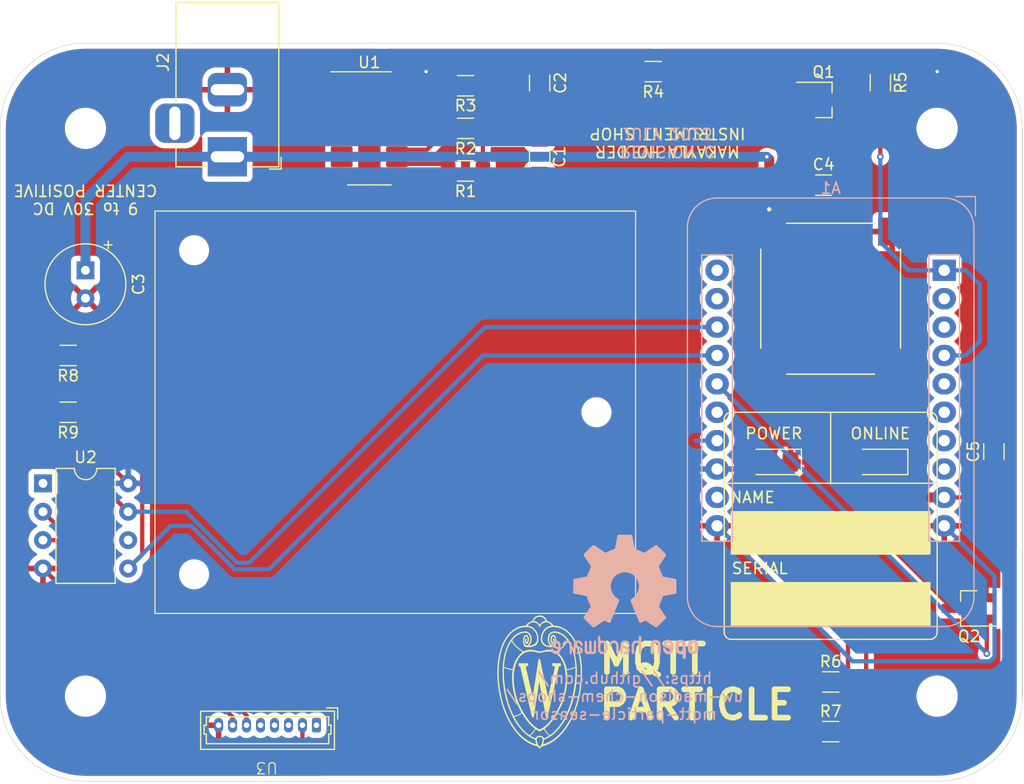
<source format=kicad_pcb>
(kicad_pcb (version 20221018) (generator pcbnew)
  (title_block (title "MQTT Particle Sensor") (date "2023-04-03") (rev "C") (company "University of Wisconsin-Madison") (comment 1 "Department of Chemistry") (comment 2 "Instrument Shop") (comment 3 "Makayla Holder"))
  (layers (0 "F.Cu" signal) (31 "B.Cu" signal) (34 "B.Paste" user) (35 "F.Paste" user) (36 "B.SilkS" user "B.Silkscreen") (37 "F.SilkS" user "F.Silkscreen") (38 "B.Mask" user) (39 "F.Mask" user) (44 "Edge.Cuts" user))
  (net 0 "")
  (net 1 "RESET")
  (net 7 "+5V")
  (net 9 "GND")
  (net 11 "+3V3")
  (net 12 "unconnected-(A1-15-Pad14)")
  (net 14 "ONLINE")
  (net 15 "SDA")
  (net 16 "SCL")
  (net 19 "Net-(U1-CLK_0-1)")
  (net 20 "Net-(C1-Pad2)")
  (net 21 "Net-(U1-RST)")
  (net 22 "Net-(PS1-+VIN)")
  (net 23 "Net-(D1-A)")
  (net 24 "Net-(D2-K)")
  (net 25 "Net-(D2-A)")
  (net 26 "Net-(Q1-G)")
  (net 27 "Net-(U1-CLK_0)")
  (net 28 "Net-(U1-CLK_1)")
  (net 41 "TX")
  (net 42 "RX")
  (footprint "Connector_BarrelJack:BarrelJack_Horizontal" (layer "F.Cu") (at 63.5 53.34 -90)
    (fp_text reference "J2" (at -8.45 5.75 90) (layer "F.SilkS"))
    (fp_text value "Barrel_Jack")
    (pad "1" thru_hole rect (at 0 0 270) (size 3.5 3.5) (drill oval 1 3) (layers "*.Cu" "*.Mask") (net 22 "Net-(PS1-+VIN)"))
    (pad "2" thru_hole roundrect (at -6 0 270) (size 3 3.5) (drill oval 1 3) (layers "*.Cu" "*.Mask") (net 9 "GND"))
    (pad "3" thru_hole roundrect (at -3 4.7 270) (size 3.5 3.5) (drill oval 3 1) (layers "*.Cu" "*.Mask"))
  )
  (footprint "Resistor_SMD:R_1206_3216Metric_Pad1.30x1.75mm_HandSolder" (layer "F.Cu") (at 49.25 76.2 180)
    (fp_text reference "R9" (at 0 -1.82) (layer "F.SilkS"))
    (fp_text value "4k7")
    (pad "1" smd roundrect (at -1.55 0 180) (size 1.3 1.75) (layers "F.Cu" "F.Paste" "F.Mask") (roundrect_rratio 0.1923076923) (net 11 "+3V3"))
    (pad "2" smd roundrect (at 1.55 0 180) (size 1.3 1.75) (layers "F.Cu" "F.Paste" "F.Mask") (roundrect_rratio 0.1923076923) (net 16 "SCL"))
  )
  (footprint "Package_SO:SOIC-16_3.9x9.9mm_P1.27mm" (layer "F.Cu") (at 76.2 50.8)
    (fp_text reference "U1" (at 0 -5.9) (layer "F.SilkS"))
    (fp_text value "CD4060BM96")
    (pad "1" smd roundrect (at -2.475 -4.445) (size 1.95 0.6) (layers "F.Cu" "F.Paste" "F.Mask"))
    (pad "2" smd roundrect (at -2.475 -3.175) (size 1.95 0.6) (layers "F.Cu" "F.Paste" "F.Mask"))
    (pad "3" smd roundrect (at -2.475 -1.905) (size 1.95 0.6) (layers "F.Cu" "F.Paste" "F.Mask") (net 26 "Net-(Q1-G)"))
    (pad "4" smd roundrect (at -2.475 -0.635) (size 1.95 0.6) (layers "F.Cu" "F.Paste" "F.Mask"))
    (pad "5" smd roundrect (at -2.475 0.635) (size 1.95 0.6) (layers "F.Cu" "F.Paste" "F.Mask"))
    (pad "6" smd roundrect (at -2.475 1.905) (size 1.95 0.6) (layers "F.Cu" "F.Paste" "F.Mask"))
    (pad "7" smd roundrect (at -2.475 3.175) (size 1.95 0.6) (layers "F.Cu" "F.Paste" "F.Mask"))
    (pad "8" smd roundrect (at -2.475 4.445) (size 1.95 0.6) (layers "F.Cu" "F.Paste" "F.Mask") (net 9 "GND"))
    (pad "9" smd roundrect (at 2.475 4.445) (size 1.95 0.6) (layers "F.Cu" "F.Paste" "F.Mask") (net 19 "Net-(U1-CLK_0-1)"))
    (pad "10" smd roundrect (at 2.475 3.175) (size 1.95 0.6) (layers "F.Cu" "F.Paste" "F.Mask") (net 27 "Net-(U1-CLK_0)"))
    (pad "11" smd roundrect (at 2.475 1.905) (size 1.95 0.6) (layers "F.Cu" "F.Paste" "F.Mask") (net 28 "Net-(U1-CLK_1)"))
    (pad "12" smd roundrect (at 2.475 0.635) (size 1.95 0.6) (layers "F.Cu" "F.Paste" "F.Mask") (net 21 "Net-(U1-RST)"))
    (pad "13" smd roundrect (at 2.475 -0.635) (size 1.95 0.6) (layers "F.Cu" "F.Paste" "F.Mask"))
    (pad "14" smd roundrect (at 2.475 -1.905) (size 1.95 0.6) (layers "F.Cu" "F.Paste" "F.Mask"))
    (pad "15" smd roundrect (at 2.475 -3.175) (size 1.95 0.6) (layers "F.Cu" "F.Paste" "F.Mask"))
    (pad "16" smd roundrect (at 2.475 -4.445) (size 1.95 0.6) (layers "F.Cu" "F.Paste" "F.Mask") (net 11 "+3V3"))
  )
  (footprint "Resistor_SMD:R_1206_3216Metric_Pad1.30x1.75mm_HandSolder" (layer "F.Cu") (at 49.25 71.12 180)
    (fp_text reference "R8" (at 0 -1.82) (layer "F.SilkS"))
    (fp_text value "4k7")
    (pad "1" smd roundrect (at -1.55 0 180) (size 1.3 1.75) (layers "F.Cu" "F.Paste" "F.Mask") (roundrect_rratio 0.1923076923) (net 11 "+3V3"))
    (pad "2" smd roundrect (at 1.55 0 180) (size 1.3 1.75) (layers "F.Cu" "F.Paste" "F.Mask") (roundrect_rratio 0.1923076923) (net 15 "SDA"))
  )
  (footprint "MountingHole:MountingHole_3.2mm_M3" (layer "F.Cu") (at 127 101.6)
    (fp_text reference "REF**" hide)
    (fp_text value "MountingHole_3.2mm_M3" hide)
    (pad "" np_thru_hole circle (at 0 0) (size 3.2 3.2) (drill 3.2) (layers "*.Cu" "*.Mask"))
  )
  (footprint "Resistor_SMD:R_1206_3216Metric_Pad1.30x1.75mm_HandSolder" (layer "F.Cu") (at 84.81 46.99)
    (fp_text reference "R3" (at 0 1.778) (layer "F.SilkS"))
    (fp_text value "1M")
    (pad "1" smd roundrect (at -1.55 0) (size 1.3 1.75) (layers "F.Cu" "F.Paste" "F.Mask") (roundrect_rratio 0.1923076923) (net 21 "Net-(U1-RST)"))
    (pad "2" smd roundrect (at 1.55 0) (size 1.3 1.75) (layers "F.Cu" "F.Paste" "F.Mask") (roundrect_rratio 0.1923076923) (net 9 "GND"))
  )
  (footprint "footprints:logo" (layer "F.Cu") (at 91.44 100.33)
    (fp_text reference "G***" hide)
    (fp_text value "LOGO" hide)
  )
  (footprint "Package_TO_SOT_SMD:SOT-23_Handsoldering" (layer "F.Cu") (at 116.84 48.26)
    (fp_text reference "Q1" (at 0 -2.5) (layer "F.SilkS"))
    (fp_text value "2N7000")
    (pad "1" smd rect (at -1.5 -0.95) (size 1.9 0.8) (layers "F.Cu" "F.Paste" "F.Mask") (net 26 "Net-(Q1-G)"))
    (pad "2" smd rect (at -1.5 0.95) (size 1.9 0.8) (layers "F.Cu" "F.Paste" "F.Mask") (net 9 "GND"))
    (pad "3" smd rect (at 1.5 0) (size 1.9 0.8) (layers "F.Cu" "F.Paste" "F.Mask") (net 1 "RESET"))
  )
  (footprint "Resistor_SMD:R_1206_3216Metric_Pad1.30x1.75mm_HandSolder" (layer "F.Cu") (at 117.475 104.775)
    (fp_text reference "R7" (at 0 -1.82) (layer "F.SilkS"))
    (fp_text value "1k")
    (pad "1" smd roundrect (at -1.55 0) (size 1.3 1.75) (layers "F.Cu" "F.Paste" "F.Mask") (roundrect_rratio 0.1923076923) (net 7 "+5V"))
    (pad "2" smd roundrect (at 1.55 0) (size 1.3 1.75) (layers "F.Cu" "F.Paste" "F.Mask") (roundrect_rratio 0.1923076923) (net 25 "Net-(D2-A)"))
  )
  (footprint "Capacitor_SMD:C_1206_3216Metric_Pad1.33x1.80mm_HandSolder" (layer "F.Cu") (at 91.44 46.736 -90)
    (fp_text reference "C2" (at 0 -1.85 90) (layer "F.SilkS"))
    (fp_text value "1u")
    (pad "1" smd roundrect (at -1.5625 0 270) (size 1.325 1.8) (layers "F.Cu" "F.Paste" "F.Mask") (roundrect_rratio 0.1886792453) (net 21 "Net-(U1-RST)"))
    (pad "2" smd roundrect (at 1.5625 0 270) (size 1.325 1.8) (layers "F.Cu" "F.Paste" "F.Mask") (roundrect_rratio 0.1886792453) (net 9 "GND"))
  )
  (footprint "LED_SMD:LED_1206_3216Metric_Pad1.42x1.75mm_HandSolder" (layer "F.Cu") (at 112.395 80.645 180)
    (fp_text reference "D1" hide)
    (fp_text value "LED")
    (pad "1" smd roundrect (at -1.4875 0 180) (size 1.425 1.75) (layers "F.Cu" "F.Paste" "F.Mask") (roundrect_rratio 0.1754392982) (net 9 "GND"))
    (pad "2" smd roundrect (at 1.4875 0 180) (size 1.425 1.75) (layers "F.Cu" "F.Paste" "F.Mask") (roundrect_rratio 0.1754392982) (net 23 "Net-(D1-A)"))
  )
  (footprint "Package_TO_SOT_SMD:SOT-23_Handsoldering" (layer "F.Cu") (at 129.86 93.75 180)
    (fp_text reference "Q2" (at 0 -2.5) (layer "F.SilkS"))
    (fp_text value "2N7000")
    (pad "1" smd rect (at -1.5 -0.95 180) (size 1.9 0.8) (layers "F.Cu" "F.Paste" "F.Mask") (net 14 "ONLINE"))
    (pad "2" smd rect (at -1.5 0.95 180) (size 1.9 0.8) (layers "F.Cu" "F.Paste" "F.Mask") (net 9 "GND"))
    (pad "3" smd rect (at 1.5 0 180) (size 1.9 0.8) (layers "F.Cu" "F.Paste" "F.Mask") (net 24 "Net-(D2-K)"))
  )
  (footprint "MountingHole:MountingHole_3.2mm_M3" (layer "F.Cu") (at 50.8 101.6)
    (fp_text reference "REF**" hide)
    (fp_text value "MountingHole_3.2mm_M3" hide)
    (pad "" np_thru_hole circle (at 0 0) (size 3.2 3.2) (drill 3.2) (layers "*.Cu" "*.Mask"))
  )
  (footprint "MountingHole:MountingHole_3.2mm_M3" (layer "F.Cu") (at 50.8 50.8)
    (fp_text reference "REF**" hide)
    (fp_text value "MountingHole_3.2mm_M3" hide)
    (pad "" np_thru_hole circle (at 0 0) (size 3.2 3.2) (drill 3.2) (layers "*.Cu" "*.Mask"))
  )
  (footprint "Resistor_SMD:R_1206_3216Metric_Pad1.30x1.75mm_HandSolder" (layer "F.Cu") (at 84.81 50.8 180)
    (fp_text reference "R2" (at 0 -1.82) (layer "F.SilkS"))
    (fp_text value "1M")
    (pad "1" smd roundrect (at -1.55 0 180) (size 1.3 1.75) (layers "F.Cu" "F.Paste" "F.Mask") (roundrect_rratio 0.1923076923) (net 20 "Net-(C1-Pad2)"))
    (pad "2" smd roundrect (at 1.55 0 180) (size 1.3 1.75) (layers "F.Cu" "F.Paste" "F.Mask") (roundrect_rratio 0.1923076923) (net 28 "Net-(U1-CLK_1)"))
  )
  (footprint "LED_SMD:LED_1206_3216Metric_Pad1.42x1.75mm_HandSolder" (layer "F.Cu") (at 121.92 80.645 180)
    (fp_text reference "D2" hide)
    (fp_text value "LED")
    (pad "1" smd roundrect (at -1.4875 0 180) (size 1.425 1.75) (layers "F.Cu" "F.Paste" "F.Mask") (roundrect_rratio 0.1754392982) (net 24 "Net-(D2-K)"))
    (pad "2" smd roundrect (at 1.4875 0 180) (size 1.425 1.75) (layers "F.Cu" "F.Paste" "F.Mask") (roundrect_rratio 0.1754392982) (net 25 "Net-(D2-A)"))
  )
  (footprint "Capacitor_SMD:C_1206_3216Metric_Pad1.33x1.80mm_HandSolder" (layer "F.Cu") (at 132.08 79.7175 90)
    (fp_text reference "C5" (at 0 -1.85 90) (layer "F.SilkS"))
    (fp_text value "22u")
    (pad "1" smd roundrect (at -1.5625 0 90) (size 1.325 1.8) (layers "F.Cu" "F.Paste" "F.Mask") (roundrect_rratio 0.1886792453) (net 7 "+5V"))
    (pad "2" smd roundrect (at 1.5625 0 90) (size 1.325 1.8) (layers "F.Cu" "F.Paste" "F.Mask") (roundrect_rratio 0.1886792453) (net 9 "GND"))
  )
  (footprint "Package_DIP:DIP-8_W7.62mm" (layer "F.Cu") (at 47 82.56)
    (fp_text reference "U2" (at 3.81 -2.33) (layer "F.SilkS"))
    (fp_text value "ATtiny85-20P")
    (pad "1" thru_hole rect (at 0 0) (size 1.6 1.6) (drill 0.8) (layers "*.Cu" "*.Mask"))
    (pad "2" thru_hole oval (at 0 2.54) (size 1.6 1.6) (drill 0.8) (layers "*.Cu" "*.Mask") (net 41 "TX"))
    (pad "3" thru_hole oval (at 0 5.08) (size 1.6 1.6) (drill 0.8) (layers "*.Cu" "*.Mask") (net 42 "RX"))
    (pad "4" thru_hole oval (at 0 7.62) (size 1.6 1.6) (drill 0.8) (layers "*.Cu" "*.Mask") (net 9 "GND"))
    (pad "5" thru_hole oval (at 7.62 7.62) (size 1.6 1.6) (drill 0.8) (layers "*.Cu" "*.Mask") (net 15 "SDA"))
    (pad "6" thru_hole oval (at 7.62 5.08) (size 1.6 1.6) (drill 0.8) (layers "*.Cu" "*.Mask"))
    (pad "7" thru_hole oval (at 7.62 2.54) (size 1.6 1.6) (drill 0.8) (layers "*.Cu" "*.Mask") (net 16 "SCL"))
    (pad "8" thru_hole oval (at 7.62 0) (size 1.6 1.6) (drill 0.8) (layers "*.Cu" "*.Mask") (net 11 "+3V3"))
  )
  (footprint "footprints:CONV_VXO7805-500-M" (layer "F.Cu") (at 117.475 66.04)
    (fp_text reference "PS1" hide)
    (fp_text value "VXO7805-500-M")
    (pad "1" smd rect (at -5.5 -6) (size 2.5 2.5) (layers "F.Cu" "F.Paste" "F.Mask") (net 22 "Net-(PS1-+VIN)"))
    (pad "2" smd rect (at 5.5 -6) (size 2.5 2.5) (layers "F.Cu" "F.Paste" "F.Mask") (net 9 "GND"))
    (pad "3" smd rect (at 5.5 6) (size 2.5 2.5) (layers "F.Cu" "F.Paste" "F.Mask") (net 7 "+5V"))
    (pad "4" smd rect (at -5.5 6) (size 2.5 2.5) (layers "F.Cu" "F.Paste" "F.Mask"))
  )
  (footprint "Resistor_SMD:R_1206_3216Metric_Pad1.30x1.75mm_HandSolder" (layer "F.Cu") (at 121.92 46.71 -90)
    (fp_text reference "R5" (at 0 -1.82 90) (layer "F.SilkS"))
    (fp_text value "4.7k")
    (pad "1" smd roundrect (at -1.55 0 270) (size 1.3 1.75) (layers "F.Cu" "F.Paste" "F.Mask") (roundrect_rratio 0.1923076923) (net 11 "+3V3"))
    (pad "2" smd roundrect (at 1.55 0 270) (size 1.3 1.75) (layers "F.Cu" "F.Paste" "F.Mask") (roundrect_rratio 0.1923076923) (net 1 "RESET"))
  )
  (footprint "Resistor_SMD:R_1206_3216Metric_Pad1.30x1.75mm_HandSolder" (layer "F.Cu") (at 101.6 45.72 180)
    (fp_text reference "R4" (at 0 -1.82) (layer "F.SilkS"))
    (fp_text value "4.7k")
    (pad "1" smd roundrect (at -1.55 0 180) (size 1.3 1.75) (layers "F.Cu" "F.Paste" "F.Mask") (roundrect_rratio 0.1923076923) (net 26 "Net-(Q1-G)"))
    (pad "2" smd roundrect (at 1.55 0 180) (size 1.3 1.75) (layers "F.Cu" "F.Paste" "F.Mask") (roundrect_rratio 0.1923076923) (net 21 "Net-(U1-RST)"))
  )
  (footprint "Resistor_SMD:R_1206_3216Metric_Pad1.30x1.75mm_HandSolder" (layer "F.Cu") (at 84.81 54.61 180)
    (fp_text reference "R1" (at 0 -1.82) (layer "F.SilkS"))
    (fp_text value "470k")
    (pad "1" smd roundrect (at -1.55 0 180) (size 1.3 1.75) (layers "F.Cu" "F.Paste" "F.Mask") (roundrect_rratio 0.1923076923) (net 20 "Net-(C1-Pad2)"))
    (pad "2" smd roundrect (at 1.55 0 180) (size 1.3 1.75) (layers "F.Cu" "F.Paste" "F.Mask") (roundrect_rratio 0.1923076923) (net 27 "Net-(U1-CLK_0)"))
  )
  (footprint "Capacitor_SMD:C_1206_3216Metric_Pad1.33x1.80mm_HandSolder" (layer "F.Cu") (at 116.84 55.88)
    (fp_text reference "C4" (at 0 -1.85) (layer "F.SilkS"))
    (fp_text value "10u")
    (pad "1" smd roundrect (at -1.5625 0) (size 1.325 1.8) (layers "F.Cu" "F.Paste" "F.Mask") (roundrect_rratio 0.1886792453) (net 22 "Net-(PS1-+VIN)"))
    (pad "2" smd roundrect (at 1.5625 0) (size 1.325 1.8) (layers "F.Cu" "F.Paste" "F.Mask") (roundrect_rratio 0.1886792453) (net 9 "GND"))
  )
  (footprint "footprints:honewell-hpm" (layer "F.Cu") (at 67.02 104.2 180)
    (fp_text reference "U3" (at 0 -3.81 180 unlocked) (layer "F.SilkS") (effects (font (thickness 0.1))))
    (fp_text value "HPM_Particle_Sensor")
    (pad "" np_thru_hole circle (at -29.5 28 180) (size 2.2 2.2) (drill 2.2) (layers "*.Cu" "*.Mask"))
    (pad "" np_thru_hole circle (at 6.5 13.5 180) (size 2.2 2.2) (drill 2.2) (layers "*.Cu" "*.Mask"))
    (pad "" np_thru_hole circle (at 6.5 42.5 180) (size 2.2 2.2) (drill 2.2) (layers "*.Cu" "*.Mask"))
    (pad "1" thru_hole roundrect (at -4.445 0 180) (size 0.8 1.3) (drill 0.5) (layers "*.Cu" "*.Mask"))
    (pad "2" thru_hole oval (at -3.195 0 180) (size 0.8 1.3) (drill 0.5) (layers "*.Cu" "*.Mask") (net 7 "+5V"))
    (pad "3" thru_hole oval (at -1.945 0 180) (size 0.8 1.3) (drill 0.5) (layers "*.Cu" "*.Mask"))
    (pad "4" thru_hole oval (at -0.695 0 180) (size 0.8 1.3) (drill 0.5) (layers "*.Cu" "*.Mask"))
    (pad "5" thru_hole oval (at 0.555 0 180) (size 0.8 1.3) (drill 0.5) (layers "*.Cu" "*.Mask"))
    (pad "6" thru_hole oval (at 1.805 0 180) (size 0.8 1.3) (drill 0.5) (layers "*.Cu" "*.Mask") (net 41 "TX"))
    (pad "7" thru_hole oval (at 3.055 0 180) (size 0.8 1.3) (drill 0.5) (layers "*.Cu" "*.Mask") (net 42 "RX"))
    (pad "8" thru_hole oval (at 4.305 0 180) (size 0.8 1.3) (drill 0.5) (layers "*.Cu" "*.Mask") (net 9 "GND"))
  )
  (footprint "Resistor_SMD:R_1206_3216Metric_Pad1.30x1.75mm_HandSolder" (layer "F.Cu") (at 117.475 100.33)
    (fp_text reference "R6" (at 0 -1.82) (layer "F.SilkS"))
    (fp_text value "1k")
    (pad "1" smd roundrect (at -1.55 0) (size 1.3 1.75) (layers "F.Cu" "F.Paste" "F.Mask") (roundrect_rratio 0.1923076923) (net 7 "+5V"))
    (pad "2" smd roundrect (at 1.55 0) (size 1.3 1.75) (layers "F.Cu" "F.Paste" "F.Mask") (roundrect_rratio 0.1923076923) (net 23 "Net-(D1-A)"))
  )
  (footprint "Capacitor_SMD:C_1206_3216Metric_Pad1.33x1.80mm_HandSolder" (layer "F.Cu") (at 91.44 53.34 90)
    (fp_text reference "C1" (at 0 1.778 90) (layer "F.SilkS"))
    (fp_text value "1u")
    (pad "1" smd roundrect (at -1.5625 0 90) (size 1.325 1.8) (layers "F.Cu" "F.Paste" "F.Mask") (roundrect_rratio 0.1886792453) (net 19 "Net-(U1-CLK_0-1)"))
    (pad "2" smd roundrect (at 1.5625 0 90) (size 1.325 1.8) (layers "F.Cu" "F.Paste" "F.Mask") (roundrect_rratio 0.1886792453) (net 20 "Net-(C1-Pad2)"))
  )
  (footprint "MountingHole:MountingHole_3.2mm_M3" (layer "F.Cu") (at 127 50.8)
    (fp_text reference "REF**" hide)
    (fp_text value "MountingHole_3.2mm_M3" hide)
    (pad "" np_thru_hole circle (at 0 0) (size 3.2 3.2) (drill 3.2) (layers "*.Cu" "*.Mask"))
  )
  (footprint "Capacitor_THT:CP_Radial_Tantal_D7.0mm_P2.50mm" (layer "F.Cu") (at 50.8 63.5 -90)
    (fp_text reference "C3" (at 1.25 -4.75 90) (layer "F.SilkS"))
    (fp_text value "100u")
    (pad "1" thru_hole rect (at 0 0 270) (size 1.6 1.6) (drill 0.8) (layers "*.Cu" "*.Mask") (net 22 "Net-(PS1-+VIN)"))
    (pad "2" thru_hole circle (at 2.5 0 270) (size 1.6 1.6) (drill 0.8) (layers "*.Cu" "*.Mask") (net 9 "GND"))
  )
  (footprint "Symbol:OSHW-Logo2_14.6x12mm_SilkScreen" (layer "B.Cu") (at 99.06 92.71 180)
    (fp_text reference "REF**" hide)
    (fp_text value "OSHW-Logo2_14.6x12mm_SilkScreen" hide)
  )
  (footprint "Module:Adafruit_HUZZAH_ESP8266_breakout" (layer "B.Cu") (at 127.635 63.5 180)
    (fp_text reference "A1" (at 10.16 7.35) (layer "B.SilkS") (effects (justify mirror)))
    (fp_text value "Adafruit_HUZZAH_ESP8266_breakout")
    (pad "1" thru_hole rect (at 0 0 180) (size 2.1 1.9) (drill 1.02) (layers "*.Cu" "*.Mask") (net 1 "RESET"))
    (pad "2" thru_hole oval (at 0 -2.54 180) (size 2.1 1.9) (drill 1.02) (layers "*.Cu" "*.Mask"))
    (pad "3" thru_hole oval (at 0 -5.08 180) (size 2.1 1.9) (drill 1.02) (layers "*.Cu" "*.Mask"))
    (pad "4" thru_hole oval (at 0 -7.62 180) (size 2.1 1.9) (drill 1.02) (layers "*.Cu" "*.Mask") (net 1 "RESET"))
    (pad "5" thru_hole oval (at 0 -10.16 180) (size 2.1 1.9) (drill 1.02) (layers "*.Cu" "*.Mask"))
    (pad "6" thru_hole oval (at 0 -12.7 180) (size 2.1 1.9) (drill 1.02) (layers "*.Cu" "*.Mask"))
    (pad "7" thru_hole oval (at 0 -15.24 180) (size 2.1 1.9) (drill 1.02) (layers "*.Cu" "*.Mask"))
    (pad "8" thru_hole oval (at 0 -17.78 180) (size 2.1 1.9) (drill 1.02) (layers "*.Cu" "*.Mask"))
    (pad "9" thru_hole oval (at 0 -20.32 180) (size 2.1 1.9) (drill 1.02) (layers "*.Cu" "*.Mask") (net 7 "+5V"))
    (pad "10" thru_hole oval (at 0 -22.86 180) (size 2.1 1.9) (drill 1.02) (layers "*.Cu" "*.Mask") (net 9 "GND"))
    (pad "11" thru_hole oval (at 20.32 -22.86 180) (size 2.1 1.9) (drill 1.02) (layers "*.Cu" "*.Mask") (net 9 "GND"))
    (pad "12" thru_hole oval (at 20.32 -20.32 180) (size 2.1 1.9) (drill 1.02) (layers "*.Cu" "*.Mask"))
    (pad "13" thru_hole oval (at 20.32 -17.78 180) (size 2.1 1.9) (drill 1.02) (layers "*.Cu" "*.Mask") (net 11 "+3V3"))
    (pad "14" thru_hole oval (at 20.32 -15.24 180) (size 2.1 1.9) (drill 1.02) (layers "*.Cu" "*.Mask") (net 12 "unconnected-(A1-15-Pad14)"))
    (pad "15" thru_hole oval (at 20.32 -12.7 180) (size 2.1 1.9) (drill 1.02) (layers "*.Cu" "*.Mask"))
    (pad "16" thru_hole oval (at 20.32 -10.16 180) (size 2.1 1.9) (drill 1.02) (layers "*.Cu" "*.Mask") (net 14 "ONLINE"))
    (pad "17" thru_hole oval (at 20.32 -7.62 180) (size 2.1 1.9) (drill 1.02) (layers "*.Cu" "*.Mask") (net 15 "SDA"))
    (pad "18" thru_hole oval (at 20.32 -5.08 180) (size 2.1 1.9) (drill 1.02) (layers "*.Cu" "*.Mask") (net 16 "SCL"))
    (pad "19" thru_hole oval (at 20.32 -2.54 180) (size 2.1 1.9) (drill 1.02) (layers "*.Cu" "*.Mask"))
    (pad "20" thru_hole oval (at 20.32 0 180) (size 2.1 1.9) (drill 1.02) (layers "*.Cu" "*.Mask"))
  )
  (gr_poly (pts (xy 126.365 88.9) (xy 108.585 88.9) (xy 108.585 85.09) (xy 126.365 85.09)) (stroke (width 0.1)) (fill solid) (layer "F.SilkS"))
  (gr_line (start 117.475 76.2) (end 117.475 82.55) (stroke (width 0.12)) (layer "F.SilkS"))
  (gr_line (start 126.365 96.52) (end 108.585 96.52) (stroke (width 0.12)) (layer "F.SilkS"))
  (gr_line (start 107.95 95.885) (end 107.95 76.835) (stroke (width 0.12)) (layer "F.SilkS"))
  (gr_arc (start 126.365 76.2) (mid 126.814013 76.385987) (end 127 76.835) (stroke (width 0.12)) (layer "F.SilkS"))
  (gr_line (start 126.365 76.2) (end 108.585 76.2) (stroke (width 0.12)) (layer "F.SilkS"))
  (gr_poly (pts (xy 126.365 95.25) (xy 108.585 95.25) (xy 108.585 91.44) (xy 126.365 91.44)) (stroke (width 0.1)) (fill solid) (layer "F.SilkS"))
  (gr_line (start 117.475 82.55) (end 107.95 82.55) (stroke (width 0.12)) (layer "F.SilkS"))
  (gr_arc (start 107.95 76.835) (mid 108.135987 76.385987) (end 108.585 76.2) (stroke (width 0.12)) (layer "F.SilkS"))
  (gr_line (start 127 76.835) (end 127 95.885) (stroke (width 0.12)) (layer "F.SilkS"))
  (gr_arc (start 127 95.885) (mid 126.814013 96.334013) (end 126.365 96.52) (stroke (width 0.12)) (layer "F.SilkS"))
  (gr_line (start 117.475 82.55) (end 127 82.55) (stroke (width 0.12)) (layer "F.SilkS"))
  (gr_arc (start 108.585 96.52) (mid 108.135987 96.334013) (end 107.95 95.885) (stroke (width 0.12)) (layer "F.SilkS"))
  (gr_line (start 127 43.18) (end 50.8 43.18) (stroke (width 0.05)) (layer "Edge.Cuts"))
  (gr_arc (start 43.18 50.8) (mid 45.411846 45.411846) (end 50.8 43.18) (stroke (width 0.05)) (layer "Edge.Cuts"))
  (gr_arc (start 134.619999 101.599999) (mid 132.388153 106.988153) (end 126.999999 109.219999) (stroke (width 0.05)) (layer "Edge.Cuts"))
  (gr_line (start 43.18 50.8) (end 43.18 101.6) (stroke (width 0.05)) (layer "Edge.Cuts"))
  (gr_line (start 134.619999 101.599999) (end 134.619999 50.800001) (stroke (width 0.1)) (layer "Edge.Cuts"))
  (gr_arc (start 50.8 109.22) (mid 45.411846 106.988154) (end 43.18 101.6) (stroke (width 0.05)) (layer "Edge.Cuts"))
  (gr_arc (start 126.999999 43.180001) (mid 132.388153 45.411847) (end 134.619999 50.800001) (stroke (width 0.05)) (layer "Edge.Cuts"))
  (gr_line (start 50.8 109.22) (end 127 109.22) (stroke (width 0.05)) (layer "Edge.Cuts"))
  (gr_text "REVISION C\nJULY 2023" (at 102.87 52.07 180) (layer "B.SilkS") (effects (font (size 1 1)) (justify mirror)))
  (gr_text "https://github.com/\nuw-madison-chem-shops/\nmqtt-particle-sensor" (at 99.06 101.6) (layer "B.SilkS") (effects (font (size 1 1)) (justify mirror)))
  (gr_text "MAKAYLA HOLDER\nINSTRUMENT SHOP" (at 102.87 52.07 180) (layer "F.SilkS") (effects (font (size 1 1))))
  (gr_text "NAME" (at 110.49 83.82) (layer "F.SilkS") (effects (font (size 1 1))))
  (gr_text "POWER" (at 112.395 78.105) (layer "F.SilkS") (effects (font (size 1 1))))
  (gr_text "SERIAL\n" (at 111.125 90.17) (layer "F.SilkS") (effects (font (size 1 1))))
  (gr_text "MQTT\nPARTICLE" (at 96.52 100.33) (layer "F.SilkS") (effects (font (size 2.54 2.54) (thickness 0.508)) (justify left)))
  (gr_text "9 to 30V DC\nCENTER POSITIVE" (at 50.8 57.15 180) (layer "F.SilkS") (effects (font (size 1 1))))
  (gr_text "ONLINE" (at 121.92 78.105) (layer "F.SilkS") (effects (font (size 1 1))))
  (segment (start 121.92 48.26) (end 121.92 53.34) (width 0.381) (layer "F.Cu") (net 1))
  (segment (start 121.92 48.26) (end 118.34 48.26) (width 0.381) (layer "F.Cu") (net 1))
  (via (at 121.92 53.34) (size 0.6) (drill 0.3) (layers "F.Cu" "B.Cu") (net 1))
  (segment (start 127.635 63.5) (end 129.54 63.5) (width 0.381) (layer "B.Cu") (net 1))
  (segment (start 129.54 71.12) (end 127.635 71.12) (width 0.381) (layer "B.Cu") (net 1))
  (segment (start 121.92 60.96) (end 124.46 63.5) (width 0.381) (layer "B.Cu") (net 1))
  (segment (start 130.81 64.77) (end 130.81 69.85) (width 0.381) (layer "B.Cu") (net 1))
  (segment (start 121.92 53.34) (end 121.92 60.96) (width 0.381) (layer "B.Cu") (net 1))
  (segment (start 124.46 63.5) (end 127.635 63.5) (width 0.381) (layer "B.Cu") (net 1))
  (segment (start 129.54 63.5) (end 130.81 64.77) (width 0.381) (layer "B.Cu") (net 1))
  (segment (start 130.81 69.85) (end 129.54 71.12) (width 0.381) (layer "B.Cu") (net 1))
  (segment (start 117.475 107.95) (end 127 107.95) (width 0.381) (layer "F.Cu") (net 7))
  (segment (start 125.095 77.47) (end 125.095 83.185) (width 0.889) (layer "F.Cu") (net 7))
  (segment (start 132.08 87.63) (end 132.08 82.55) (width 0.381) (layer "F.Cu") (net 7))
  (segment (start 122.975 72.04) (end 122.975 75.35) (width 0.889) (layer "F.Cu") (net 7))
  (segment (start 115.925 106.4) (end 117.475 107.95) (width 0.381) (layer "F.Cu") (net 7))
  (segment (start 115.925 104.775) (end 115.925 106.4) (width 0.381) (layer "F.Cu") (net 7))
  (segment (start 117.475 107.95) (end 72.39 107.95) (width 0.381) (layer "F.Cu") (net 7))
  (segment (start 70.215 105.775) (end 70.215 104.2) (width 0.381) (layer "F.Cu") (net 7))
  (segment (start 115.925 100.33) (end 115.925 104.775) (width 0.381) (layer "F.Cu") (net 7))
  (segment (start 132.08 82.55) (end 132.08 81.28) (width 0.381) (layer "F.Cu") (net 7))
  (segment (start 72.39 107.95) (end 70.215 105.775) (width 0.381) (layer "F.Cu") (net 7))
  (segment (start 130.81 83.82) (end 132.08 82.55) (width 0.381) (layer "F.Cu") (net 7))
  (segment (start 127 107.95) (end 133.35 101.6) (width 0.381) (layer "F.Cu") (net 7))
  (segment (start 133.35 88.9) (end 132.08 87.63) (width 0.381) (layer "F.Cu") (net 7))
  (segment (start 122.975 75.35) (end 125.095 77.47) (width 0.889) (layer "F.Cu") (net 7))
  (segment (start 127.635 83.82) (end 130.81 83.82) (width 0.381) (layer "F.Cu") (net 7))
  (segment (start 127.635 83.82) (end 127.0505 83.82) (width 0.381) (layer "F.Cu") (net 7))
  (segment (start 127.635 83.82) (end 127.635 83.275753) (width 0.381) (layer "F.Cu") (net 7))
  (segment (start 125.73 83.82) (end 127.635 83.82) (width 0.889) (layer "F.Cu") (net 7))
  (segment (start 125.095 83.185) (end 125.73 83.82) (width 0.889) (layer "F.Cu") (net 7))
  (segment (start 133.35 101.6) (end 133.35 88.9) (width 0.381) (layer "F.Cu") (net 7))
  (segment (start 127.635 86.36) (end 127.635 89.075) (width 0.381) (layer "F.Cu") (net 9))
  (segment (start 47 90.18) (end 61.02 104.2) (width 0.381) (layer "F.Cu") (net 9))
  (segment (start 127.635 89.075) (end 131.36 92.8) (width 0.381) (layer "F.Cu") (net 9))
  (segment (start 61.02 104.2) (end 62.715 104.2) (width 0.381) (layer "F.Cu") (net 9))
  (segment (start 131.731015 98.4805) (end 119.4355 98.4805) (width 0.381) (layer "B.Cu") (net 9))
  (segment (start 132.1355 90.8605) (end 132.1355 98.076015) (width 0.381) (layer "B.Cu") (net 9))
  (segment (start 119.4355 98.4805) (end 107.315 86.36) (width 0.381) (layer "B.Cu") (net 9))
  (segment (start 132.1355 98.076015) (end 131.731015 98.4805) (width 0.381) (layer "B.Cu") (net 9))
  (segment (start 127.635 86.36) (end 132.1355 90.8605) (width 0.381) (layer "B.Cu") (net 9))
  (segment (start 54.62 82.56) (end 50.8 78.74) (width 0.381) (layer "F.Cu") (net 11))
  (segment (start 126.44 45.16) (end 127 45.72) (width 0.381) (layer "F.Cu") (net 11))
  (segment (start 78.675 46.355) (end 80.645 46.355) (width 0.381) (layer "F.Cu") (net 11))
  (segment (start 50.8 78.74) (end 50.8 71.12) (width 0.381) (layer "F.Cu") (net 11))
  (segment (start 121.92 45.16) (end 126.44 45.16) (width 0.381) (layer "F.Cu") (net 11))
  (segment (start 80.645 46.355) (end 81.28 45.72) (width 0.381) (layer "F.Cu") (net 11))
  (via (at 81.28 45.72) (size 0.6) (drill 0.3) (layers "F.Cu" "B.Cu") (net 11))
  (via (at 127 45.72) (size 0.6) (drill 0.3) (layers "F.Cu" "B.Cu") (net 11))
  (segment (start 107.315 78.74) (end 105.41 78.74) (width 0.381) (layer "B.Cu") (net 12))
  (segment (start 131.445 97.79) (end 131.445 94.785) (width 0.381) (layer "F.Cu") (net 14))
  (segment (start 131.445 94.785) (end 131.36 94.7) (width 0.381) (layer "F.Cu") (net 14))
  (via (at 131.445 97.79) (size 0.6) (drill 0.3) (layers "F.Cu" "B.Cu") (net 14))
  (segment (start 107.315 73.66) (end 131.445 97.79) (width 0.381) (layer "B.Cu") (net 14))
  (segment (start 50.8 68.58) (end 48.26 71.12) (width 0.381) (layer "F.Cu") (net 15))
  (segment (start 54.62 90.18) (end 55.88 88.92) (width 0.381) (layer "F.Cu") (net 15))
  (segment (start 55.88 71.12) (end 53.34 68.58) (width 0.381) (layer "F.Cu") (net 15))
  (segment (start 48.26 71.12) (end 47.7 71.12) (width 0.381) (layer "F.Cu") (net 15))
  (segment (start 53.34 68.58) (end 50.8 68.58) (width 0.381) (layer "F.Cu") (net 15))
  (segment (start 55.88 88.92) (end 55.88 71.12) (width 0.381) (layer "F.Cu") (net 15))
  (segment (start 107.315 71.12) (end 86.36 71.12) (width 0.381) (layer "B.Cu") (net 15))
  (segment (start 64.138684 90.252) (end 60.246684 86.36) (width 0.381) (layer "B.Cu") (net 15))
  (segment (start 55.88 88.92) (end 54.62 90.18) (width 0.381) (layer "B.Cu") (net 15))
  (segment (start 58.42 86.36) (end 55.88 88.9) (width 0.381) (layer "B.Cu") (net 15))
  (segment (start 55.88 88.9) (end 55.88 88.92) (width 0.381) (layer "B.Cu") (net 15))
  (segment (start 86.36 71.12) (end 67.228 90.252) (width 0.381) (layer "B.Cu") (net 15))
  (segment (start 67.228 90.252) (end 64.138684 90.252) (width 0.381) (layer "B.Cu") (net 15))
  (segment (start 60.246684 86.36) (end 58.42 86.36) (width 0.381) (layer "B.Cu") (net 15))
  (segment (start 47.7 76.2) (end 47.7 78.18) (width 0.381) (layer "F.Cu") (net 16))
  (segment (start 47.7 78.18) (end 54.62 85.1) (width 0.381) (layer "F.Cu") (net 16))
  (segment (start 64.379342 89.671) (end 65.455658 89.671) (width 0.381) (layer "B.Cu") (net 16))
  (segment (start 54.62 85.1) (end 59.808342 85.1) (width 0.381) (layer "B.Cu") (net 16))
  (segment (start 86.546658 68.58) (end 107.315 68.58) (width 0.381) (layer "B.Cu") (net 16))
  (segment (start 65.455658 89.671) (end 86.546658 68.58) (width 0.381) (layer "B.Cu") (net 16))
  (segment (start 59.808342 85.1) (end 64.379342 89.671) (width 0.381) (layer "B.Cu") (net 16))
  (segment (start 81.788 56.896) (end 88.392 56.896) (width 0.381) (layer "F.Cu") (net 19))
  (segment (start 88.392 56.896) (end 90.3855 54.9025) (width 0.381) (layer "F.Cu") (net 19))
  (segment (start 90.3855 54.9025) (end 91.44 54.9025) (width 0.381) (layer "F.Cu") (net 19))
  (segment (start 78.675 55.245) (end 80.137 55.245) (width 0.381) (layer "F.Cu") (net 19))
  (segment (start 80.137 55.245) (end 81.788 56.896) (width 0.381) (layer "F.Cu") (net 19))
  (segment (start 91.44 51.7775) (end 87.3375 51.7775) (width 0.381) (layer "F.Cu") (net 20))
  (segment (start 86.36 54.61) (end 86.36 50.8) (width 0.381) (layer "F.Cu") (net 20))
  (segment (start 87.3375 51.7775) (end 86.36 50.8) (width 0.381) (layer "F.Cu") (net 20))
  (segment (start 81.28 50.292) (end 81.28 48.26) (width 0.381) (layer "F.Cu") (net 21))
  (segment (start 78.675 51.435) (end 80.137 51.435) (width 0.381) (layer "F.Cu") (net 21))
  (segment (start 80.137 51.435) (end 81.28 50.292) (width 0.381) (layer "F.Cu") (net 21))
  (segment (start 99.542 45.212) (end 100.05 45.72) (width 0.381) (layer "F.Cu") (net 21))
  (segment (start 81.28 48.26) (end 82.55 46.99) (width 0.381) (layer "F.Cu") (net 21))
  (segment (start 83.82 45.212) (end 99.542 45.212) (width 0.381) (layer "F.Cu") (net 21))
  (segment (start 83.26 45.772) (end 83.82 45.212) (width 0.381) (layer "F.Cu") (net 21))
  (segment (start 83.26 46.99) (end 83.26 45.772) (width 0.381) (layer "F.Cu") (net 21))
  (segment (start 82.55 46.99) (end 83.26 46.99) (width 0.381) (layer "F.Cu") (net 21))
  (segment (start 111.975 55.88) (end 111.975 53.555) (width 0.889) (layer "F.Cu") (net 22))
  (segment (start 115.2775 55.88) (end 111.975 55.88) (width 0.889) (layer "F.Cu") (net 22))
  (segment (start 111.975 53.555) (end 111.76 53.34) (width 0.2) (layer "F.Cu") (net 22))
  (segment (start 111.975 60.04) (end 111.975 55.88) (width 0.889) (layer "F.Cu") (net 22))
  (via (at 111.76 53.34) (size 0.6) (drill 0.3) (layers "F.Cu" "B.Cu") (net 22))
  (segment (start 63.5 53.34) (end 54.61 53.34) (width 0.889) (layer "B.Cu") (net 22))
  (segment (start 54.61 53.34) (end 50.8 57.15) (width 0.889) (layer "B.Cu") (net 22))
  (segment (start 63.5 53.34) (end 111.76 53.34) (width 0.889) (layer "B.Cu") (net 22))
  (segment (start 50.8 57.15) (end 50.8 63.5) (width 0.889) (layer "B.Cu") (net 22))
  (segment (start 110.9075 88.6825) (end 110.9075 80.645) (width 0.381) (layer "F.Cu") (net 23))
  (segment (start 119.025 100.33) (end 119.025 96.8) (width 0.381) (layer "F.Cu") (net 23))
  (segment (start 119.025 96.8) (end 110.9075 88.6825) (width 0.381) (layer "F.Cu") (net 23))
  (segment (start 123.4075 88.7975) (end 123.4075 80.645) (width 0.381) (layer "F.Cu") (net 24))
  (segment (start 128.36 93.75) (end 123.4075 88.7975) (width 0.381) (layer "F.Cu") (net 24))
  (segment (start 119.025 104.775) (end 120.65 103.15) (width 0.381) (layer "F.Cu") (net 25))
  (segment (start 120.65 103.15) (end 120.65 80.8625) (width 0.381) (layer "F.Cu") (net 25))
  (segment (start 120.65 80.8625) (end 120.4325 80.645) (width 0.381) (layer "F.Cu") (net 25))
  (segment (start 73.725 48.895) (end 75.565 48.895) (width 0.381) (layer "F.Cu") (net 26))
  (segment (start 101.3005 43.8705) (end 103.15 45.72) (width 0.381) (layer "F.Cu") (net 26))
  (segment (start 76.2 48.26) (end 76.2 45.72) (width 0.381) (layer "F.Cu") (net 26))
  (segment (start 78.0495 43.8705) (end 101.3005 43.8705) (width 0.381) (layer "F.Cu") (net 26))
  (segment (start 75.565 48.895) (end 76.2 48.26) (width 0.381) (layer "F.Cu") (net 26))
  (segment (start 104.74 47.31) (end 115.34 47.31) (width 0.381) (layer "F.Cu") (net 26))
  (segment (start 103.15 45.72) (end 104.74 47.31) (width 0.381) (layer "F.Cu") (net 26))
  (segment (start 76.2 45.72) (end 78.0495 43.8705) (width 0.381) (layer "F.Cu") (net 26))
  (segment (start 82.625 53.975) (end 83.26 54.61) (width 0.381) (layer "F.Cu") (net 27))
  (segment (start 78.675 53.975) (end 82.625 53.975) (width 0.381) (layer "F.Cu") (net 27))
  (segment (start 81.355 52.705) (end 83.26 50.8) (width 0.381) (layer "F.Cu") (net 28))
  (segment (start 78.675 52.705) (end 81.355 52.705) (width 0.381) (layer "F.Cu") (net 28))
  (segment (start 47 85.1) (end 65.215 103.315) (width 0.381) (layer "F.Cu") (net 41))
  (segment (start 65.215 103.315) (end 65.215 104.2) (width 0.381) (layer "F.Cu") (net 41))
  (segment (start 48.13137 87.64) (end 63.965 103.47363) (width 0.381) (layer "F.Cu") (net 42))
  (segment (start 47 87.64) (end 48.13137 87.64) (width 0.381) (layer "F.Cu") (net 42))
  (segment (start 63.965 103.47363) (end 63.965 104.2) (width 0.381) (layer "F.Cu") (net 42))
  (zone (net 9) (net_name "GND") (layer "F.Cu") (connect_pads (clearance 0.5)) (min_thickness 0.25) (fill yes (thermal_gap 0.5) (thermal_bridge_width 0.5))
    (polygon (pts (xy 43.18 43.18) (xy 43.18 109.22) (xy 134.62 109.22) (xy 134.62 43.18)))
  )
  (zone (net 11) (net_name "+3V3") (layer "B.Cu") (priority 1) (connect_pads (clearance 0.5)) (min_thickness 0.25) (fill yes (thermal_gap 0.5) (thermal_bridge_width 0.5))
    (polygon (pts (xy 134.62 43.18) (xy 43.18 43.18) (xy 43.18 109.22) (xy 134.62 109.22)))
  )
)
</source>
